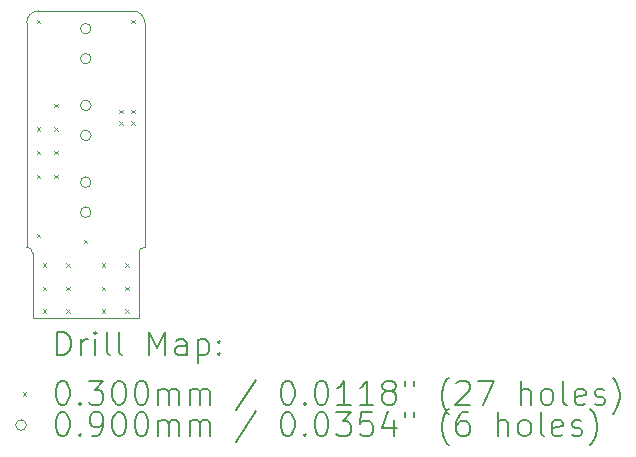
<source format=gbr>
%TF.GenerationSoftware,KiCad,Pcbnew,8.0.3*%
%TF.CreationDate,2024-07-24T17:03:47+02:00*%
%TF.ProjectId,T10_LED_lamp,5431305f-4c45-4445-9f6c-616d702e6b69,rev?*%
%TF.SameCoordinates,Original*%
%TF.FileFunction,Drillmap*%
%TF.FilePolarity,Positive*%
%FSLAX45Y45*%
G04 Gerber Fmt 4.5, Leading zero omitted, Abs format (unit mm)*
G04 Created by KiCad (PCBNEW 8.0.3) date 2024-07-24 17:03:47*
%MOMM*%
%LPD*%
G01*
G04 APERTURE LIST*
%ADD10C,0.050000*%
%ADD11C,0.200000*%
%ADD12C,0.100000*%
G04 APERTURE END LIST*
D10*
X10050000Y-7450000D02*
X10050000Y-8000000D01*
X10100000Y-5400000D02*
X10900000Y-5400000D01*
X10950000Y-7450000D02*
G75*
G02*
X11000000Y-7400000I50000J0D01*
G01*
X10900350Y-5399650D02*
G75*
G02*
X11000350Y-5499650I-350J-100350D01*
G01*
X11000000Y-5500000D02*
X11000000Y-7400000D01*
X10000000Y-7400000D02*
X10000000Y-5500000D01*
X10950000Y-7450000D02*
X10950000Y-8000000D01*
X10000000Y-5500000D02*
G75*
G02*
X10100000Y-5400000I100000J0D01*
G01*
X10950000Y-8000000D02*
X10050000Y-8000000D01*
X10000000Y-7400000D02*
G75*
G02*
X10050000Y-7450000I0J-50000D01*
G01*
D11*
D12*
X10085000Y-5475000D02*
X10115000Y-5505000D01*
X10115000Y-5475000D02*
X10085000Y-5505000D01*
X10085000Y-6385000D02*
X10115000Y-6415000D01*
X10115000Y-6385000D02*
X10085000Y-6415000D01*
X10085000Y-6585000D02*
X10115000Y-6615000D01*
X10115000Y-6585000D02*
X10085000Y-6615000D01*
X10085000Y-6785000D02*
X10115000Y-6815000D01*
X10115000Y-6785000D02*
X10085000Y-6815000D01*
X10085000Y-7285000D02*
X10115000Y-7315000D01*
X10115000Y-7285000D02*
X10085000Y-7315000D01*
X10135000Y-7535000D02*
X10165000Y-7565000D01*
X10165000Y-7535000D02*
X10135000Y-7565000D01*
X10135000Y-7735000D02*
X10165000Y-7765000D01*
X10165000Y-7735000D02*
X10135000Y-7765000D01*
X10135000Y-7925000D02*
X10165000Y-7955000D01*
X10165000Y-7925000D02*
X10135000Y-7955000D01*
X10235000Y-6185000D02*
X10265000Y-6215000D01*
X10265000Y-6185000D02*
X10235000Y-6215000D01*
X10235000Y-6385000D02*
X10265000Y-6415000D01*
X10265000Y-6385000D02*
X10235000Y-6415000D01*
X10235000Y-6585000D02*
X10265000Y-6615000D01*
X10265000Y-6585000D02*
X10235000Y-6615000D01*
X10235000Y-6785000D02*
X10265000Y-6815000D01*
X10265000Y-6785000D02*
X10235000Y-6815000D01*
X10335000Y-7535000D02*
X10365000Y-7565000D01*
X10365000Y-7535000D02*
X10335000Y-7565000D01*
X10335000Y-7735000D02*
X10365000Y-7765000D01*
X10365000Y-7735000D02*
X10335000Y-7765000D01*
X10335000Y-7925000D02*
X10365000Y-7955000D01*
X10365000Y-7925000D02*
X10335000Y-7955000D01*
X10485000Y-7335000D02*
X10515000Y-7365000D01*
X10515000Y-7335000D02*
X10485000Y-7365000D01*
X10635000Y-7535000D02*
X10665000Y-7565000D01*
X10665000Y-7535000D02*
X10635000Y-7565000D01*
X10635000Y-7735000D02*
X10665000Y-7765000D01*
X10665000Y-7735000D02*
X10635000Y-7765000D01*
X10635000Y-7925000D02*
X10665000Y-7955000D01*
X10665000Y-7925000D02*
X10635000Y-7955000D01*
X10785000Y-6235000D02*
X10815000Y-6265000D01*
X10815000Y-6235000D02*
X10785000Y-6265000D01*
X10785000Y-6335000D02*
X10815000Y-6365000D01*
X10815000Y-6335000D02*
X10785000Y-6365000D01*
X10835000Y-7535000D02*
X10865000Y-7565000D01*
X10865000Y-7535000D02*
X10835000Y-7565000D01*
X10835000Y-7735000D02*
X10865000Y-7765000D01*
X10865000Y-7735000D02*
X10835000Y-7765000D01*
X10835000Y-7925000D02*
X10865000Y-7955000D01*
X10865000Y-7925000D02*
X10835000Y-7955000D01*
X10885000Y-5475000D02*
X10915000Y-5505000D01*
X10915000Y-5475000D02*
X10885000Y-5505000D01*
X10885000Y-6235000D02*
X10915000Y-6265000D01*
X10915000Y-6235000D02*
X10885000Y-6265000D01*
X10885000Y-6335000D02*
X10915000Y-6365000D01*
X10915000Y-6335000D02*
X10885000Y-6365000D01*
X10545000Y-5550000D02*
G75*
G02*
X10455000Y-5550000I-45000J0D01*
G01*
X10455000Y-5550000D02*
G75*
G02*
X10545000Y-5550000I45000J0D01*
G01*
X10545000Y-5804000D02*
G75*
G02*
X10455000Y-5804000I-45000J0D01*
G01*
X10455000Y-5804000D02*
G75*
G02*
X10545000Y-5804000I45000J0D01*
G01*
X10545000Y-6200000D02*
G75*
G02*
X10455000Y-6200000I-45000J0D01*
G01*
X10455000Y-6200000D02*
G75*
G02*
X10545000Y-6200000I45000J0D01*
G01*
X10545000Y-6454000D02*
G75*
G02*
X10455000Y-6454000I-45000J0D01*
G01*
X10455000Y-6454000D02*
G75*
G02*
X10545000Y-6454000I45000J0D01*
G01*
X10545000Y-6850000D02*
G75*
G02*
X10455000Y-6850000I-45000J0D01*
G01*
X10455000Y-6850000D02*
G75*
G02*
X10545000Y-6850000I45000J0D01*
G01*
X10545000Y-7104000D02*
G75*
G02*
X10455000Y-7104000I-45000J0D01*
G01*
X10455000Y-7104000D02*
G75*
G02*
X10545000Y-7104000I45000J0D01*
G01*
D11*
X10258277Y-8313984D02*
X10258277Y-8113984D01*
X10258277Y-8113984D02*
X10305896Y-8113984D01*
X10305896Y-8113984D02*
X10334467Y-8123508D01*
X10334467Y-8123508D02*
X10353515Y-8142555D01*
X10353515Y-8142555D02*
X10363039Y-8161603D01*
X10363039Y-8161603D02*
X10372563Y-8199698D01*
X10372563Y-8199698D02*
X10372563Y-8228269D01*
X10372563Y-8228269D02*
X10363039Y-8266365D01*
X10363039Y-8266365D02*
X10353515Y-8285412D01*
X10353515Y-8285412D02*
X10334467Y-8304460D01*
X10334467Y-8304460D02*
X10305896Y-8313984D01*
X10305896Y-8313984D02*
X10258277Y-8313984D01*
X10458277Y-8313984D02*
X10458277Y-8180650D01*
X10458277Y-8218746D02*
X10467801Y-8199698D01*
X10467801Y-8199698D02*
X10477324Y-8190174D01*
X10477324Y-8190174D02*
X10496372Y-8180650D01*
X10496372Y-8180650D02*
X10515420Y-8180650D01*
X10582086Y-8313984D02*
X10582086Y-8180650D01*
X10582086Y-8113984D02*
X10572563Y-8123508D01*
X10572563Y-8123508D02*
X10582086Y-8133031D01*
X10582086Y-8133031D02*
X10591610Y-8123508D01*
X10591610Y-8123508D02*
X10582086Y-8113984D01*
X10582086Y-8113984D02*
X10582086Y-8133031D01*
X10705896Y-8313984D02*
X10686848Y-8304460D01*
X10686848Y-8304460D02*
X10677324Y-8285412D01*
X10677324Y-8285412D02*
X10677324Y-8113984D01*
X10810658Y-8313984D02*
X10791610Y-8304460D01*
X10791610Y-8304460D02*
X10782086Y-8285412D01*
X10782086Y-8285412D02*
X10782086Y-8113984D01*
X11039229Y-8313984D02*
X11039229Y-8113984D01*
X11039229Y-8113984D02*
X11105896Y-8256841D01*
X11105896Y-8256841D02*
X11172563Y-8113984D01*
X11172563Y-8113984D02*
X11172563Y-8313984D01*
X11353515Y-8313984D02*
X11353515Y-8209222D01*
X11353515Y-8209222D02*
X11343991Y-8190174D01*
X11343991Y-8190174D02*
X11324943Y-8180650D01*
X11324943Y-8180650D02*
X11286848Y-8180650D01*
X11286848Y-8180650D02*
X11267801Y-8190174D01*
X11353515Y-8304460D02*
X11334467Y-8313984D01*
X11334467Y-8313984D02*
X11286848Y-8313984D01*
X11286848Y-8313984D02*
X11267801Y-8304460D01*
X11267801Y-8304460D02*
X11258277Y-8285412D01*
X11258277Y-8285412D02*
X11258277Y-8266365D01*
X11258277Y-8266365D02*
X11267801Y-8247317D01*
X11267801Y-8247317D02*
X11286848Y-8237793D01*
X11286848Y-8237793D02*
X11334467Y-8237793D01*
X11334467Y-8237793D02*
X11353515Y-8228269D01*
X11448753Y-8180650D02*
X11448753Y-8380650D01*
X11448753Y-8190174D02*
X11467801Y-8180650D01*
X11467801Y-8180650D02*
X11505896Y-8180650D01*
X11505896Y-8180650D02*
X11524943Y-8190174D01*
X11524943Y-8190174D02*
X11534467Y-8199698D01*
X11534467Y-8199698D02*
X11543991Y-8218746D01*
X11543991Y-8218746D02*
X11543991Y-8275888D01*
X11543991Y-8275888D02*
X11534467Y-8294936D01*
X11534467Y-8294936D02*
X11524943Y-8304460D01*
X11524943Y-8304460D02*
X11505896Y-8313984D01*
X11505896Y-8313984D02*
X11467801Y-8313984D01*
X11467801Y-8313984D02*
X11448753Y-8304460D01*
X11629705Y-8294936D02*
X11639229Y-8304460D01*
X11639229Y-8304460D02*
X11629705Y-8313984D01*
X11629705Y-8313984D02*
X11620182Y-8304460D01*
X11620182Y-8304460D02*
X11629705Y-8294936D01*
X11629705Y-8294936D02*
X11629705Y-8313984D01*
X11629705Y-8190174D02*
X11639229Y-8199698D01*
X11639229Y-8199698D02*
X11629705Y-8209222D01*
X11629705Y-8209222D02*
X11620182Y-8199698D01*
X11620182Y-8199698D02*
X11629705Y-8190174D01*
X11629705Y-8190174D02*
X11629705Y-8209222D01*
D12*
X9967500Y-8627500D02*
X9997500Y-8657500D01*
X9997500Y-8627500D02*
X9967500Y-8657500D01*
D11*
X10296372Y-8533984D02*
X10315420Y-8533984D01*
X10315420Y-8533984D02*
X10334467Y-8543508D01*
X10334467Y-8543508D02*
X10343991Y-8553031D01*
X10343991Y-8553031D02*
X10353515Y-8572079D01*
X10353515Y-8572079D02*
X10363039Y-8610174D01*
X10363039Y-8610174D02*
X10363039Y-8657793D01*
X10363039Y-8657793D02*
X10353515Y-8695889D01*
X10353515Y-8695889D02*
X10343991Y-8714936D01*
X10343991Y-8714936D02*
X10334467Y-8724460D01*
X10334467Y-8724460D02*
X10315420Y-8733984D01*
X10315420Y-8733984D02*
X10296372Y-8733984D01*
X10296372Y-8733984D02*
X10277324Y-8724460D01*
X10277324Y-8724460D02*
X10267801Y-8714936D01*
X10267801Y-8714936D02*
X10258277Y-8695889D01*
X10258277Y-8695889D02*
X10248753Y-8657793D01*
X10248753Y-8657793D02*
X10248753Y-8610174D01*
X10248753Y-8610174D02*
X10258277Y-8572079D01*
X10258277Y-8572079D02*
X10267801Y-8553031D01*
X10267801Y-8553031D02*
X10277324Y-8543508D01*
X10277324Y-8543508D02*
X10296372Y-8533984D01*
X10448753Y-8714936D02*
X10458277Y-8724460D01*
X10458277Y-8724460D02*
X10448753Y-8733984D01*
X10448753Y-8733984D02*
X10439229Y-8724460D01*
X10439229Y-8724460D02*
X10448753Y-8714936D01*
X10448753Y-8714936D02*
X10448753Y-8733984D01*
X10524944Y-8533984D02*
X10648753Y-8533984D01*
X10648753Y-8533984D02*
X10582086Y-8610174D01*
X10582086Y-8610174D02*
X10610658Y-8610174D01*
X10610658Y-8610174D02*
X10629705Y-8619698D01*
X10629705Y-8619698D02*
X10639229Y-8629222D01*
X10639229Y-8629222D02*
X10648753Y-8648270D01*
X10648753Y-8648270D02*
X10648753Y-8695889D01*
X10648753Y-8695889D02*
X10639229Y-8714936D01*
X10639229Y-8714936D02*
X10629705Y-8724460D01*
X10629705Y-8724460D02*
X10610658Y-8733984D01*
X10610658Y-8733984D02*
X10553515Y-8733984D01*
X10553515Y-8733984D02*
X10534467Y-8724460D01*
X10534467Y-8724460D02*
X10524944Y-8714936D01*
X10772563Y-8533984D02*
X10791610Y-8533984D01*
X10791610Y-8533984D02*
X10810658Y-8543508D01*
X10810658Y-8543508D02*
X10820182Y-8553031D01*
X10820182Y-8553031D02*
X10829705Y-8572079D01*
X10829705Y-8572079D02*
X10839229Y-8610174D01*
X10839229Y-8610174D02*
X10839229Y-8657793D01*
X10839229Y-8657793D02*
X10829705Y-8695889D01*
X10829705Y-8695889D02*
X10820182Y-8714936D01*
X10820182Y-8714936D02*
X10810658Y-8724460D01*
X10810658Y-8724460D02*
X10791610Y-8733984D01*
X10791610Y-8733984D02*
X10772563Y-8733984D01*
X10772563Y-8733984D02*
X10753515Y-8724460D01*
X10753515Y-8724460D02*
X10743991Y-8714936D01*
X10743991Y-8714936D02*
X10734467Y-8695889D01*
X10734467Y-8695889D02*
X10724944Y-8657793D01*
X10724944Y-8657793D02*
X10724944Y-8610174D01*
X10724944Y-8610174D02*
X10734467Y-8572079D01*
X10734467Y-8572079D02*
X10743991Y-8553031D01*
X10743991Y-8553031D02*
X10753515Y-8543508D01*
X10753515Y-8543508D02*
X10772563Y-8533984D01*
X10963039Y-8533984D02*
X10982086Y-8533984D01*
X10982086Y-8533984D02*
X11001134Y-8543508D01*
X11001134Y-8543508D02*
X11010658Y-8553031D01*
X11010658Y-8553031D02*
X11020182Y-8572079D01*
X11020182Y-8572079D02*
X11029705Y-8610174D01*
X11029705Y-8610174D02*
X11029705Y-8657793D01*
X11029705Y-8657793D02*
X11020182Y-8695889D01*
X11020182Y-8695889D02*
X11010658Y-8714936D01*
X11010658Y-8714936D02*
X11001134Y-8724460D01*
X11001134Y-8724460D02*
X10982086Y-8733984D01*
X10982086Y-8733984D02*
X10963039Y-8733984D01*
X10963039Y-8733984D02*
X10943991Y-8724460D01*
X10943991Y-8724460D02*
X10934467Y-8714936D01*
X10934467Y-8714936D02*
X10924944Y-8695889D01*
X10924944Y-8695889D02*
X10915420Y-8657793D01*
X10915420Y-8657793D02*
X10915420Y-8610174D01*
X10915420Y-8610174D02*
X10924944Y-8572079D01*
X10924944Y-8572079D02*
X10934467Y-8553031D01*
X10934467Y-8553031D02*
X10943991Y-8543508D01*
X10943991Y-8543508D02*
X10963039Y-8533984D01*
X11115420Y-8733984D02*
X11115420Y-8600650D01*
X11115420Y-8619698D02*
X11124944Y-8610174D01*
X11124944Y-8610174D02*
X11143991Y-8600650D01*
X11143991Y-8600650D02*
X11172563Y-8600650D01*
X11172563Y-8600650D02*
X11191610Y-8610174D01*
X11191610Y-8610174D02*
X11201134Y-8629222D01*
X11201134Y-8629222D02*
X11201134Y-8733984D01*
X11201134Y-8629222D02*
X11210658Y-8610174D01*
X11210658Y-8610174D02*
X11229705Y-8600650D01*
X11229705Y-8600650D02*
X11258277Y-8600650D01*
X11258277Y-8600650D02*
X11277324Y-8610174D01*
X11277324Y-8610174D02*
X11286848Y-8629222D01*
X11286848Y-8629222D02*
X11286848Y-8733984D01*
X11382086Y-8733984D02*
X11382086Y-8600650D01*
X11382086Y-8619698D02*
X11391610Y-8610174D01*
X11391610Y-8610174D02*
X11410658Y-8600650D01*
X11410658Y-8600650D02*
X11439229Y-8600650D01*
X11439229Y-8600650D02*
X11458277Y-8610174D01*
X11458277Y-8610174D02*
X11467801Y-8629222D01*
X11467801Y-8629222D02*
X11467801Y-8733984D01*
X11467801Y-8629222D02*
X11477324Y-8610174D01*
X11477324Y-8610174D02*
X11496372Y-8600650D01*
X11496372Y-8600650D02*
X11524943Y-8600650D01*
X11524943Y-8600650D02*
X11543991Y-8610174D01*
X11543991Y-8610174D02*
X11553515Y-8629222D01*
X11553515Y-8629222D02*
X11553515Y-8733984D01*
X11943991Y-8524460D02*
X11772563Y-8781603D01*
X12201134Y-8533984D02*
X12220182Y-8533984D01*
X12220182Y-8533984D02*
X12239229Y-8543508D01*
X12239229Y-8543508D02*
X12248753Y-8553031D01*
X12248753Y-8553031D02*
X12258277Y-8572079D01*
X12258277Y-8572079D02*
X12267801Y-8610174D01*
X12267801Y-8610174D02*
X12267801Y-8657793D01*
X12267801Y-8657793D02*
X12258277Y-8695889D01*
X12258277Y-8695889D02*
X12248753Y-8714936D01*
X12248753Y-8714936D02*
X12239229Y-8724460D01*
X12239229Y-8724460D02*
X12220182Y-8733984D01*
X12220182Y-8733984D02*
X12201134Y-8733984D01*
X12201134Y-8733984D02*
X12182086Y-8724460D01*
X12182086Y-8724460D02*
X12172563Y-8714936D01*
X12172563Y-8714936D02*
X12163039Y-8695889D01*
X12163039Y-8695889D02*
X12153515Y-8657793D01*
X12153515Y-8657793D02*
X12153515Y-8610174D01*
X12153515Y-8610174D02*
X12163039Y-8572079D01*
X12163039Y-8572079D02*
X12172563Y-8553031D01*
X12172563Y-8553031D02*
X12182086Y-8543508D01*
X12182086Y-8543508D02*
X12201134Y-8533984D01*
X12353515Y-8714936D02*
X12363039Y-8724460D01*
X12363039Y-8724460D02*
X12353515Y-8733984D01*
X12353515Y-8733984D02*
X12343991Y-8724460D01*
X12343991Y-8724460D02*
X12353515Y-8714936D01*
X12353515Y-8714936D02*
X12353515Y-8733984D01*
X12486848Y-8533984D02*
X12505896Y-8533984D01*
X12505896Y-8533984D02*
X12524944Y-8543508D01*
X12524944Y-8543508D02*
X12534467Y-8553031D01*
X12534467Y-8553031D02*
X12543991Y-8572079D01*
X12543991Y-8572079D02*
X12553515Y-8610174D01*
X12553515Y-8610174D02*
X12553515Y-8657793D01*
X12553515Y-8657793D02*
X12543991Y-8695889D01*
X12543991Y-8695889D02*
X12534467Y-8714936D01*
X12534467Y-8714936D02*
X12524944Y-8724460D01*
X12524944Y-8724460D02*
X12505896Y-8733984D01*
X12505896Y-8733984D02*
X12486848Y-8733984D01*
X12486848Y-8733984D02*
X12467801Y-8724460D01*
X12467801Y-8724460D02*
X12458277Y-8714936D01*
X12458277Y-8714936D02*
X12448753Y-8695889D01*
X12448753Y-8695889D02*
X12439229Y-8657793D01*
X12439229Y-8657793D02*
X12439229Y-8610174D01*
X12439229Y-8610174D02*
X12448753Y-8572079D01*
X12448753Y-8572079D02*
X12458277Y-8553031D01*
X12458277Y-8553031D02*
X12467801Y-8543508D01*
X12467801Y-8543508D02*
X12486848Y-8533984D01*
X12743991Y-8733984D02*
X12629706Y-8733984D01*
X12686848Y-8733984D02*
X12686848Y-8533984D01*
X12686848Y-8533984D02*
X12667801Y-8562555D01*
X12667801Y-8562555D02*
X12648753Y-8581603D01*
X12648753Y-8581603D02*
X12629706Y-8591127D01*
X12934467Y-8733984D02*
X12820182Y-8733984D01*
X12877325Y-8733984D02*
X12877325Y-8533984D01*
X12877325Y-8533984D02*
X12858277Y-8562555D01*
X12858277Y-8562555D02*
X12839229Y-8581603D01*
X12839229Y-8581603D02*
X12820182Y-8591127D01*
X13048753Y-8619698D02*
X13029706Y-8610174D01*
X13029706Y-8610174D02*
X13020182Y-8600650D01*
X13020182Y-8600650D02*
X13010658Y-8581603D01*
X13010658Y-8581603D02*
X13010658Y-8572079D01*
X13010658Y-8572079D02*
X13020182Y-8553031D01*
X13020182Y-8553031D02*
X13029706Y-8543508D01*
X13029706Y-8543508D02*
X13048753Y-8533984D01*
X13048753Y-8533984D02*
X13086848Y-8533984D01*
X13086848Y-8533984D02*
X13105896Y-8543508D01*
X13105896Y-8543508D02*
X13115420Y-8553031D01*
X13115420Y-8553031D02*
X13124944Y-8572079D01*
X13124944Y-8572079D02*
X13124944Y-8581603D01*
X13124944Y-8581603D02*
X13115420Y-8600650D01*
X13115420Y-8600650D02*
X13105896Y-8610174D01*
X13105896Y-8610174D02*
X13086848Y-8619698D01*
X13086848Y-8619698D02*
X13048753Y-8619698D01*
X13048753Y-8619698D02*
X13029706Y-8629222D01*
X13029706Y-8629222D02*
X13020182Y-8638746D01*
X13020182Y-8638746D02*
X13010658Y-8657793D01*
X13010658Y-8657793D02*
X13010658Y-8695889D01*
X13010658Y-8695889D02*
X13020182Y-8714936D01*
X13020182Y-8714936D02*
X13029706Y-8724460D01*
X13029706Y-8724460D02*
X13048753Y-8733984D01*
X13048753Y-8733984D02*
X13086848Y-8733984D01*
X13086848Y-8733984D02*
X13105896Y-8724460D01*
X13105896Y-8724460D02*
X13115420Y-8714936D01*
X13115420Y-8714936D02*
X13124944Y-8695889D01*
X13124944Y-8695889D02*
X13124944Y-8657793D01*
X13124944Y-8657793D02*
X13115420Y-8638746D01*
X13115420Y-8638746D02*
X13105896Y-8629222D01*
X13105896Y-8629222D02*
X13086848Y-8619698D01*
X13201134Y-8533984D02*
X13201134Y-8572079D01*
X13277325Y-8533984D02*
X13277325Y-8572079D01*
X13572563Y-8810174D02*
X13563039Y-8800650D01*
X13563039Y-8800650D02*
X13543991Y-8772079D01*
X13543991Y-8772079D02*
X13534468Y-8753031D01*
X13534468Y-8753031D02*
X13524944Y-8724460D01*
X13524944Y-8724460D02*
X13515420Y-8676841D01*
X13515420Y-8676841D02*
X13515420Y-8638746D01*
X13515420Y-8638746D02*
X13524944Y-8591127D01*
X13524944Y-8591127D02*
X13534468Y-8562555D01*
X13534468Y-8562555D02*
X13543991Y-8543508D01*
X13543991Y-8543508D02*
X13563039Y-8514936D01*
X13563039Y-8514936D02*
X13572563Y-8505412D01*
X13639229Y-8553031D02*
X13648753Y-8543508D01*
X13648753Y-8543508D02*
X13667801Y-8533984D01*
X13667801Y-8533984D02*
X13715420Y-8533984D01*
X13715420Y-8533984D02*
X13734468Y-8543508D01*
X13734468Y-8543508D02*
X13743991Y-8553031D01*
X13743991Y-8553031D02*
X13753515Y-8572079D01*
X13753515Y-8572079D02*
X13753515Y-8591127D01*
X13753515Y-8591127D02*
X13743991Y-8619698D01*
X13743991Y-8619698D02*
X13629706Y-8733984D01*
X13629706Y-8733984D02*
X13753515Y-8733984D01*
X13820182Y-8533984D02*
X13953515Y-8533984D01*
X13953515Y-8533984D02*
X13867801Y-8733984D01*
X14182087Y-8733984D02*
X14182087Y-8533984D01*
X14267801Y-8733984D02*
X14267801Y-8629222D01*
X14267801Y-8629222D02*
X14258277Y-8610174D01*
X14258277Y-8610174D02*
X14239230Y-8600650D01*
X14239230Y-8600650D02*
X14210658Y-8600650D01*
X14210658Y-8600650D02*
X14191610Y-8610174D01*
X14191610Y-8610174D02*
X14182087Y-8619698D01*
X14391610Y-8733984D02*
X14372563Y-8724460D01*
X14372563Y-8724460D02*
X14363039Y-8714936D01*
X14363039Y-8714936D02*
X14353515Y-8695889D01*
X14353515Y-8695889D02*
X14353515Y-8638746D01*
X14353515Y-8638746D02*
X14363039Y-8619698D01*
X14363039Y-8619698D02*
X14372563Y-8610174D01*
X14372563Y-8610174D02*
X14391610Y-8600650D01*
X14391610Y-8600650D02*
X14420182Y-8600650D01*
X14420182Y-8600650D02*
X14439230Y-8610174D01*
X14439230Y-8610174D02*
X14448753Y-8619698D01*
X14448753Y-8619698D02*
X14458277Y-8638746D01*
X14458277Y-8638746D02*
X14458277Y-8695889D01*
X14458277Y-8695889D02*
X14448753Y-8714936D01*
X14448753Y-8714936D02*
X14439230Y-8724460D01*
X14439230Y-8724460D02*
X14420182Y-8733984D01*
X14420182Y-8733984D02*
X14391610Y-8733984D01*
X14572563Y-8733984D02*
X14553515Y-8724460D01*
X14553515Y-8724460D02*
X14543991Y-8705412D01*
X14543991Y-8705412D02*
X14543991Y-8533984D01*
X14724944Y-8724460D02*
X14705896Y-8733984D01*
X14705896Y-8733984D02*
X14667801Y-8733984D01*
X14667801Y-8733984D02*
X14648753Y-8724460D01*
X14648753Y-8724460D02*
X14639230Y-8705412D01*
X14639230Y-8705412D02*
X14639230Y-8629222D01*
X14639230Y-8629222D02*
X14648753Y-8610174D01*
X14648753Y-8610174D02*
X14667801Y-8600650D01*
X14667801Y-8600650D02*
X14705896Y-8600650D01*
X14705896Y-8600650D02*
X14724944Y-8610174D01*
X14724944Y-8610174D02*
X14734468Y-8629222D01*
X14734468Y-8629222D02*
X14734468Y-8648270D01*
X14734468Y-8648270D02*
X14639230Y-8667317D01*
X14810658Y-8724460D02*
X14829706Y-8733984D01*
X14829706Y-8733984D02*
X14867801Y-8733984D01*
X14867801Y-8733984D02*
X14886849Y-8724460D01*
X14886849Y-8724460D02*
X14896372Y-8705412D01*
X14896372Y-8705412D02*
X14896372Y-8695889D01*
X14896372Y-8695889D02*
X14886849Y-8676841D01*
X14886849Y-8676841D02*
X14867801Y-8667317D01*
X14867801Y-8667317D02*
X14839230Y-8667317D01*
X14839230Y-8667317D02*
X14820182Y-8657793D01*
X14820182Y-8657793D02*
X14810658Y-8638746D01*
X14810658Y-8638746D02*
X14810658Y-8629222D01*
X14810658Y-8629222D02*
X14820182Y-8610174D01*
X14820182Y-8610174D02*
X14839230Y-8600650D01*
X14839230Y-8600650D02*
X14867801Y-8600650D01*
X14867801Y-8600650D02*
X14886849Y-8610174D01*
X14963039Y-8810174D02*
X14972563Y-8800650D01*
X14972563Y-8800650D02*
X14991611Y-8772079D01*
X14991611Y-8772079D02*
X15001134Y-8753031D01*
X15001134Y-8753031D02*
X15010658Y-8724460D01*
X15010658Y-8724460D02*
X15020182Y-8676841D01*
X15020182Y-8676841D02*
X15020182Y-8638746D01*
X15020182Y-8638746D02*
X15010658Y-8591127D01*
X15010658Y-8591127D02*
X15001134Y-8562555D01*
X15001134Y-8562555D02*
X14991611Y-8543508D01*
X14991611Y-8543508D02*
X14972563Y-8514936D01*
X14972563Y-8514936D02*
X14963039Y-8505412D01*
D12*
X9997500Y-8906500D02*
G75*
G02*
X9907500Y-8906500I-45000J0D01*
G01*
X9907500Y-8906500D02*
G75*
G02*
X9997500Y-8906500I45000J0D01*
G01*
D11*
X10296372Y-8797984D02*
X10315420Y-8797984D01*
X10315420Y-8797984D02*
X10334467Y-8807508D01*
X10334467Y-8807508D02*
X10343991Y-8817031D01*
X10343991Y-8817031D02*
X10353515Y-8836079D01*
X10353515Y-8836079D02*
X10363039Y-8874174D01*
X10363039Y-8874174D02*
X10363039Y-8921793D01*
X10363039Y-8921793D02*
X10353515Y-8959889D01*
X10353515Y-8959889D02*
X10343991Y-8978936D01*
X10343991Y-8978936D02*
X10334467Y-8988460D01*
X10334467Y-8988460D02*
X10315420Y-8997984D01*
X10315420Y-8997984D02*
X10296372Y-8997984D01*
X10296372Y-8997984D02*
X10277324Y-8988460D01*
X10277324Y-8988460D02*
X10267801Y-8978936D01*
X10267801Y-8978936D02*
X10258277Y-8959889D01*
X10258277Y-8959889D02*
X10248753Y-8921793D01*
X10248753Y-8921793D02*
X10248753Y-8874174D01*
X10248753Y-8874174D02*
X10258277Y-8836079D01*
X10258277Y-8836079D02*
X10267801Y-8817031D01*
X10267801Y-8817031D02*
X10277324Y-8807508D01*
X10277324Y-8807508D02*
X10296372Y-8797984D01*
X10448753Y-8978936D02*
X10458277Y-8988460D01*
X10458277Y-8988460D02*
X10448753Y-8997984D01*
X10448753Y-8997984D02*
X10439229Y-8988460D01*
X10439229Y-8988460D02*
X10448753Y-8978936D01*
X10448753Y-8978936D02*
X10448753Y-8997984D01*
X10553515Y-8997984D02*
X10591610Y-8997984D01*
X10591610Y-8997984D02*
X10610658Y-8988460D01*
X10610658Y-8988460D02*
X10620182Y-8978936D01*
X10620182Y-8978936D02*
X10639229Y-8950365D01*
X10639229Y-8950365D02*
X10648753Y-8912270D01*
X10648753Y-8912270D02*
X10648753Y-8836079D01*
X10648753Y-8836079D02*
X10639229Y-8817031D01*
X10639229Y-8817031D02*
X10629705Y-8807508D01*
X10629705Y-8807508D02*
X10610658Y-8797984D01*
X10610658Y-8797984D02*
X10572563Y-8797984D01*
X10572563Y-8797984D02*
X10553515Y-8807508D01*
X10553515Y-8807508D02*
X10543991Y-8817031D01*
X10543991Y-8817031D02*
X10534467Y-8836079D01*
X10534467Y-8836079D02*
X10534467Y-8883698D01*
X10534467Y-8883698D02*
X10543991Y-8902746D01*
X10543991Y-8902746D02*
X10553515Y-8912270D01*
X10553515Y-8912270D02*
X10572563Y-8921793D01*
X10572563Y-8921793D02*
X10610658Y-8921793D01*
X10610658Y-8921793D02*
X10629705Y-8912270D01*
X10629705Y-8912270D02*
X10639229Y-8902746D01*
X10639229Y-8902746D02*
X10648753Y-8883698D01*
X10772563Y-8797984D02*
X10791610Y-8797984D01*
X10791610Y-8797984D02*
X10810658Y-8807508D01*
X10810658Y-8807508D02*
X10820182Y-8817031D01*
X10820182Y-8817031D02*
X10829705Y-8836079D01*
X10829705Y-8836079D02*
X10839229Y-8874174D01*
X10839229Y-8874174D02*
X10839229Y-8921793D01*
X10839229Y-8921793D02*
X10829705Y-8959889D01*
X10829705Y-8959889D02*
X10820182Y-8978936D01*
X10820182Y-8978936D02*
X10810658Y-8988460D01*
X10810658Y-8988460D02*
X10791610Y-8997984D01*
X10791610Y-8997984D02*
X10772563Y-8997984D01*
X10772563Y-8997984D02*
X10753515Y-8988460D01*
X10753515Y-8988460D02*
X10743991Y-8978936D01*
X10743991Y-8978936D02*
X10734467Y-8959889D01*
X10734467Y-8959889D02*
X10724944Y-8921793D01*
X10724944Y-8921793D02*
X10724944Y-8874174D01*
X10724944Y-8874174D02*
X10734467Y-8836079D01*
X10734467Y-8836079D02*
X10743991Y-8817031D01*
X10743991Y-8817031D02*
X10753515Y-8807508D01*
X10753515Y-8807508D02*
X10772563Y-8797984D01*
X10963039Y-8797984D02*
X10982086Y-8797984D01*
X10982086Y-8797984D02*
X11001134Y-8807508D01*
X11001134Y-8807508D02*
X11010658Y-8817031D01*
X11010658Y-8817031D02*
X11020182Y-8836079D01*
X11020182Y-8836079D02*
X11029705Y-8874174D01*
X11029705Y-8874174D02*
X11029705Y-8921793D01*
X11029705Y-8921793D02*
X11020182Y-8959889D01*
X11020182Y-8959889D02*
X11010658Y-8978936D01*
X11010658Y-8978936D02*
X11001134Y-8988460D01*
X11001134Y-8988460D02*
X10982086Y-8997984D01*
X10982086Y-8997984D02*
X10963039Y-8997984D01*
X10963039Y-8997984D02*
X10943991Y-8988460D01*
X10943991Y-8988460D02*
X10934467Y-8978936D01*
X10934467Y-8978936D02*
X10924944Y-8959889D01*
X10924944Y-8959889D02*
X10915420Y-8921793D01*
X10915420Y-8921793D02*
X10915420Y-8874174D01*
X10915420Y-8874174D02*
X10924944Y-8836079D01*
X10924944Y-8836079D02*
X10934467Y-8817031D01*
X10934467Y-8817031D02*
X10943991Y-8807508D01*
X10943991Y-8807508D02*
X10963039Y-8797984D01*
X11115420Y-8997984D02*
X11115420Y-8864650D01*
X11115420Y-8883698D02*
X11124944Y-8874174D01*
X11124944Y-8874174D02*
X11143991Y-8864650D01*
X11143991Y-8864650D02*
X11172563Y-8864650D01*
X11172563Y-8864650D02*
X11191610Y-8874174D01*
X11191610Y-8874174D02*
X11201134Y-8893222D01*
X11201134Y-8893222D02*
X11201134Y-8997984D01*
X11201134Y-8893222D02*
X11210658Y-8874174D01*
X11210658Y-8874174D02*
X11229705Y-8864650D01*
X11229705Y-8864650D02*
X11258277Y-8864650D01*
X11258277Y-8864650D02*
X11277324Y-8874174D01*
X11277324Y-8874174D02*
X11286848Y-8893222D01*
X11286848Y-8893222D02*
X11286848Y-8997984D01*
X11382086Y-8997984D02*
X11382086Y-8864650D01*
X11382086Y-8883698D02*
X11391610Y-8874174D01*
X11391610Y-8874174D02*
X11410658Y-8864650D01*
X11410658Y-8864650D02*
X11439229Y-8864650D01*
X11439229Y-8864650D02*
X11458277Y-8874174D01*
X11458277Y-8874174D02*
X11467801Y-8893222D01*
X11467801Y-8893222D02*
X11467801Y-8997984D01*
X11467801Y-8893222D02*
X11477324Y-8874174D01*
X11477324Y-8874174D02*
X11496372Y-8864650D01*
X11496372Y-8864650D02*
X11524943Y-8864650D01*
X11524943Y-8864650D02*
X11543991Y-8874174D01*
X11543991Y-8874174D02*
X11553515Y-8893222D01*
X11553515Y-8893222D02*
X11553515Y-8997984D01*
X11943991Y-8788460D02*
X11772563Y-9045603D01*
X12201134Y-8797984D02*
X12220182Y-8797984D01*
X12220182Y-8797984D02*
X12239229Y-8807508D01*
X12239229Y-8807508D02*
X12248753Y-8817031D01*
X12248753Y-8817031D02*
X12258277Y-8836079D01*
X12258277Y-8836079D02*
X12267801Y-8874174D01*
X12267801Y-8874174D02*
X12267801Y-8921793D01*
X12267801Y-8921793D02*
X12258277Y-8959889D01*
X12258277Y-8959889D02*
X12248753Y-8978936D01*
X12248753Y-8978936D02*
X12239229Y-8988460D01*
X12239229Y-8988460D02*
X12220182Y-8997984D01*
X12220182Y-8997984D02*
X12201134Y-8997984D01*
X12201134Y-8997984D02*
X12182086Y-8988460D01*
X12182086Y-8988460D02*
X12172563Y-8978936D01*
X12172563Y-8978936D02*
X12163039Y-8959889D01*
X12163039Y-8959889D02*
X12153515Y-8921793D01*
X12153515Y-8921793D02*
X12153515Y-8874174D01*
X12153515Y-8874174D02*
X12163039Y-8836079D01*
X12163039Y-8836079D02*
X12172563Y-8817031D01*
X12172563Y-8817031D02*
X12182086Y-8807508D01*
X12182086Y-8807508D02*
X12201134Y-8797984D01*
X12353515Y-8978936D02*
X12363039Y-8988460D01*
X12363039Y-8988460D02*
X12353515Y-8997984D01*
X12353515Y-8997984D02*
X12343991Y-8988460D01*
X12343991Y-8988460D02*
X12353515Y-8978936D01*
X12353515Y-8978936D02*
X12353515Y-8997984D01*
X12486848Y-8797984D02*
X12505896Y-8797984D01*
X12505896Y-8797984D02*
X12524944Y-8807508D01*
X12524944Y-8807508D02*
X12534467Y-8817031D01*
X12534467Y-8817031D02*
X12543991Y-8836079D01*
X12543991Y-8836079D02*
X12553515Y-8874174D01*
X12553515Y-8874174D02*
X12553515Y-8921793D01*
X12553515Y-8921793D02*
X12543991Y-8959889D01*
X12543991Y-8959889D02*
X12534467Y-8978936D01*
X12534467Y-8978936D02*
X12524944Y-8988460D01*
X12524944Y-8988460D02*
X12505896Y-8997984D01*
X12505896Y-8997984D02*
X12486848Y-8997984D01*
X12486848Y-8997984D02*
X12467801Y-8988460D01*
X12467801Y-8988460D02*
X12458277Y-8978936D01*
X12458277Y-8978936D02*
X12448753Y-8959889D01*
X12448753Y-8959889D02*
X12439229Y-8921793D01*
X12439229Y-8921793D02*
X12439229Y-8874174D01*
X12439229Y-8874174D02*
X12448753Y-8836079D01*
X12448753Y-8836079D02*
X12458277Y-8817031D01*
X12458277Y-8817031D02*
X12467801Y-8807508D01*
X12467801Y-8807508D02*
X12486848Y-8797984D01*
X12620182Y-8797984D02*
X12743991Y-8797984D01*
X12743991Y-8797984D02*
X12677325Y-8874174D01*
X12677325Y-8874174D02*
X12705896Y-8874174D01*
X12705896Y-8874174D02*
X12724944Y-8883698D01*
X12724944Y-8883698D02*
X12734467Y-8893222D01*
X12734467Y-8893222D02*
X12743991Y-8912270D01*
X12743991Y-8912270D02*
X12743991Y-8959889D01*
X12743991Y-8959889D02*
X12734467Y-8978936D01*
X12734467Y-8978936D02*
X12724944Y-8988460D01*
X12724944Y-8988460D02*
X12705896Y-8997984D01*
X12705896Y-8997984D02*
X12648753Y-8997984D01*
X12648753Y-8997984D02*
X12629706Y-8988460D01*
X12629706Y-8988460D02*
X12620182Y-8978936D01*
X12924944Y-8797984D02*
X12829706Y-8797984D01*
X12829706Y-8797984D02*
X12820182Y-8893222D01*
X12820182Y-8893222D02*
X12829706Y-8883698D01*
X12829706Y-8883698D02*
X12848753Y-8874174D01*
X12848753Y-8874174D02*
X12896372Y-8874174D01*
X12896372Y-8874174D02*
X12915420Y-8883698D01*
X12915420Y-8883698D02*
X12924944Y-8893222D01*
X12924944Y-8893222D02*
X12934467Y-8912270D01*
X12934467Y-8912270D02*
X12934467Y-8959889D01*
X12934467Y-8959889D02*
X12924944Y-8978936D01*
X12924944Y-8978936D02*
X12915420Y-8988460D01*
X12915420Y-8988460D02*
X12896372Y-8997984D01*
X12896372Y-8997984D02*
X12848753Y-8997984D01*
X12848753Y-8997984D02*
X12829706Y-8988460D01*
X12829706Y-8988460D02*
X12820182Y-8978936D01*
X13105896Y-8864650D02*
X13105896Y-8997984D01*
X13058277Y-8788460D02*
X13010658Y-8931317D01*
X13010658Y-8931317D02*
X13134467Y-8931317D01*
X13201134Y-8797984D02*
X13201134Y-8836079D01*
X13277325Y-8797984D02*
X13277325Y-8836079D01*
X13572563Y-9074174D02*
X13563039Y-9064650D01*
X13563039Y-9064650D02*
X13543991Y-9036079D01*
X13543991Y-9036079D02*
X13534468Y-9017031D01*
X13534468Y-9017031D02*
X13524944Y-8988460D01*
X13524944Y-8988460D02*
X13515420Y-8940841D01*
X13515420Y-8940841D02*
X13515420Y-8902746D01*
X13515420Y-8902746D02*
X13524944Y-8855127D01*
X13524944Y-8855127D02*
X13534468Y-8826555D01*
X13534468Y-8826555D02*
X13543991Y-8807508D01*
X13543991Y-8807508D02*
X13563039Y-8778936D01*
X13563039Y-8778936D02*
X13572563Y-8769412D01*
X13734468Y-8797984D02*
X13696372Y-8797984D01*
X13696372Y-8797984D02*
X13677325Y-8807508D01*
X13677325Y-8807508D02*
X13667801Y-8817031D01*
X13667801Y-8817031D02*
X13648753Y-8845603D01*
X13648753Y-8845603D02*
X13639229Y-8883698D01*
X13639229Y-8883698D02*
X13639229Y-8959889D01*
X13639229Y-8959889D02*
X13648753Y-8978936D01*
X13648753Y-8978936D02*
X13658277Y-8988460D01*
X13658277Y-8988460D02*
X13677325Y-8997984D01*
X13677325Y-8997984D02*
X13715420Y-8997984D01*
X13715420Y-8997984D02*
X13734468Y-8988460D01*
X13734468Y-8988460D02*
X13743991Y-8978936D01*
X13743991Y-8978936D02*
X13753515Y-8959889D01*
X13753515Y-8959889D02*
X13753515Y-8912270D01*
X13753515Y-8912270D02*
X13743991Y-8893222D01*
X13743991Y-8893222D02*
X13734468Y-8883698D01*
X13734468Y-8883698D02*
X13715420Y-8874174D01*
X13715420Y-8874174D02*
X13677325Y-8874174D01*
X13677325Y-8874174D02*
X13658277Y-8883698D01*
X13658277Y-8883698D02*
X13648753Y-8893222D01*
X13648753Y-8893222D02*
X13639229Y-8912270D01*
X13991610Y-8997984D02*
X13991610Y-8797984D01*
X14077325Y-8997984D02*
X14077325Y-8893222D01*
X14077325Y-8893222D02*
X14067801Y-8874174D01*
X14067801Y-8874174D02*
X14048753Y-8864650D01*
X14048753Y-8864650D02*
X14020182Y-8864650D01*
X14020182Y-8864650D02*
X14001134Y-8874174D01*
X14001134Y-8874174D02*
X13991610Y-8883698D01*
X14201134Y-8997984D02*
X14182087Y-8988460D01*
X14182087Y-8988460D02*
X14172563Y-8978936D01*
X14172563Y-8978936D02*
X14163039Y-8959889D01*
X14163039Y-8959889D02*
X14163039Y-8902746D01*
X14163039Y-8902746D02*
X14172563Y-8883698D01*
X14172563Y-8883698D02*
X14182087Y-8874174D01*
X14182087Y-8874174D02*
X14201134Y-8864650D01*
X14201134Y-8864650D02*
X14229706Y-8864650D01*
X14229706Y-8864650D02*
X14248753Y-8874174D01*
X14248753Y-8874174D02*
X14258277Y-8883698D01*
X14258277Y-8883698D02*
X14267801Y-8902746D01*
X14267801Y-8902746D02*
X14267801Y-8959889D01*
X14267801Y-8959889D02*
X14258277Y-8978936D01*
X14258277Y-8978936D02*
X14248753Y-8988460D01*
X14248753Y-8988460D02*
X14229706Y-8997984D01*
X14229706Y-8997984D02*
X14201134Y-8997984D01*
X14382087Y-8997984D02*
X14363039Y-8988460D01*
X14363039Y-8988460D02*
X14353515Y-8969412D01*
X14353515Y-8969412D02*
X14353515Y-8797984D01*
X14534468Y-8988460D02*
X14515420Y-8997984D01*
X14515420Y-8997984D02*
X14477325Y-8997984D01*
X14477325Y-8997984D02*
X14458277Y-8988460D01*
X14458277Y-8988460D02*
X14448753Y-8969412D01*
X14448753Y-8969412D02*
X14448753Y-8893222D01*
X14448753Y-8893222D02*
X14458277Y-8874174D01*
X14458277Y-8874174D02*
X14477325Y-8864650D01*
X14477325Y-8864650D02*
X14515420Y-8864650D01*
X14515420Y-8864650D02*
X14534468Y-8874174D01*
X14534468Y-8874174D02*
X14543991Y-8893222D01*
X14543991Y-8893222D02*
X14543991Y-8912270D01*
X14543991Y-8912270D02*
X14448753Y-8931317D01*
X14620182Y-8988460D02*
X14639230Y-8997984D01*
X14639230Y-8997984D02*
X14677325Y-8997984D01*
X14677325Y-8997984D02*
X14696372Y-8988460D01*
X14696372Y-8988460D02*
X14705896Y-8969412D01*
X14705896Y-8969412D02*
X14705896Y-8959889D01*
X14705896Y-8959889D02*
X14696372Y-8940841D01*
X14696372Y-8940841D02*
X14677325Y-8931317D01*
X14677325Y-8931317D02*
X14648753Y-8931317D01*
X14648753Y-8931317D02*
X14629706Y-8921793D01*
X14629706Y-8921793D02*
X14620182Y-8902746D01*
X14620182Y-8902746D02*
X14620182Y-8893222D01*
X14620182Y-8893222D02*
X14629706Y-8874174D01*
X14629706Y-8874174D02*
X14648753Y-8864650D01*
X14648753Y-8864650D02*
X14677325Y-8864650D01*
X14677325Y-8864650D02*
X14696372Y-8874174D01*
X14772563Y-9074174D02*
X14782087Y-9064650D01*
X14782087Y-9064650D02*
X14801134Y-9036079D01*
X14801134Y-9036079D02*
X14810658Y-9017031D01*
X14810658Y-9017031D02*
X14820182Y-8988460D01*
X14820182Y-8988460D02*
X14829706Y-8940841D01*
X14829706Y-8940841D02*
X14829706Y-8902746D01*
X14829706Y-8902746D02*
X14820182Y-8855127D01*
X14820182Y-8855127D02*
X14810658Y-8826555D01*
X14810658Y-8826555D02*
X14801134Y-8807508D01*
X14801134Y-8807508D02*
X14782087Y-8778936D01*
X14782087Y-8778936D02*
X14772563Y-8769412D01*
M02*

</source>
